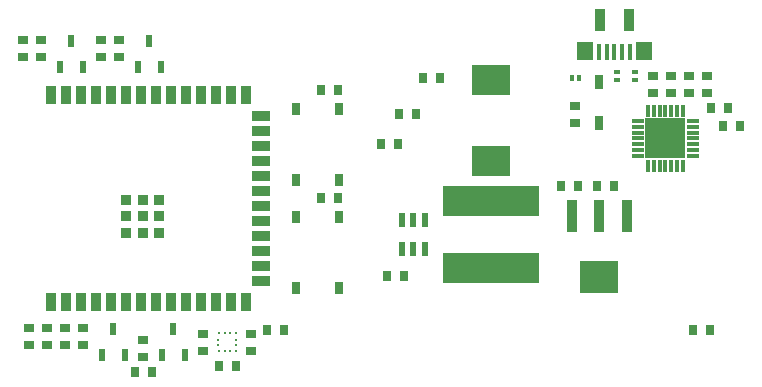
<source format=gtp>
G04*
G04 #@! TF.GenerationSoftware,Altium Limited,Altium Designer,21.4.1 (30)*
G04*
G04 Layer_Color=8421504*
%FSLAX44Y44*%
%MOMM*%
G71*
G04*
G04 #@! TF.SameCoordinates,C0E257CA-E608-45CC-978B-2DEEB779FBD1*
G04*
G04*
G04 #@! TF.FilePolarity,Positive*
G04*
G01*
G75*
%ADD16R,0.9000X0.9000*%
%ADD17R,0.9000X1.5000*%
%ADD18R,1.5000X0.9000*%
%ADD19R,3.3000X2.5000*%
%ADD20R,0.8000X0.9000*%
%ADD21R,0.7500X1.2000*%
%ADD22R,0.6000X0.3500*%
%ADD23R,1.0000X0.3000*%
%ADD24R,0.3000X1.0000*%
%ADD25R,3.3500X3.3500*%
%ADD26R,0.9500X2.7500*%
%ADD27R,3.2500X2.7500*%
%ADD28R,0.6000X1.2000*%
%ADD29R,0.2750X0.2500*%
%ADD30R,0.2500X0.2750*%
%ADD31R,0.4500X1.3800*%
%ADD32R,1.4250X1.5500*%
%ADD33R,0.8750X1.9000*%
%ADD34R,0.6000X1.0500*%
%ADD35R,0.9000X0.7000*%
%ADD36R,0.7000X1.0000*%
%ADD37R,8.2000X2.6000*%
%ADD38R,0.7000X0.9000*%
%ADD39R,0.9000X0.8000*%
%ADD40R,0.3500X0.6000*%
D16*
X350960Y741920D02*
D03*
Y755920D02*
D03*
X364960D02*
D03*
X378960D02*
D03*
Y741920D02*
D03*
Y727920D02*
D03*
X364960D02*
D03*
X350960D02*
D03*
X364960Y741920D02*
D03*
D17*
X287760Y844420D02*
D03*
X300460D02*
D03*
X313160D02*
D03*
X325860D02*
D03*
X338560D02*
D03*
X351260D02*
D03*
X363960D02*
D03*
X376660D02*
D03*
X389360D02*
D03*
X402060D02*
D03*
X414760D02*
D03*
X427460D02*
D03*
X440160D02*
D03*
X452860D02*
D03*
Y669420D02*
D03*
X440160D02*
D03*
X427460D02*
D03*
X414760D02*
D03*
X402060D02*
D03*
X389360D02*
D03*
X376660D02*
D03*
X363960D02*
D03*
X351260D02*
D03*
X338560D02*
D03*
X325860D02*
D03*
X313160D02*
D03*
X300460D02*
D03*
X287760D02*
D03*
D18*
X465360Y826770D02*
D03*
Y814070D02*
D03*
Y801370D02*
D03*
Y788670D02*
D03*
Y775970D02*
D03*
Y763270D02*
D03*
Y750570D02*
D03*
Y737870D02*
D03*
Y725170D02*
D03*
Y712470D02*
D03*
Y699770D02*
D03*
Y687070D02*
D03*
D19*
X660400Y857460D02*
D03*
Y788460D02*
D03*
D20*
X763920Y767080D02*
D03*
X749920D02*
D03*
X516240Y756920D02*
D03*
X530240D02*
D03*
X602600Y858520D02*
D03*
X616600D02*
D03*
X516240Y848360D02*
D03*
X530240D02*
D03*
X572120Y690880D02*
D03*
X586120D02*
D03*
X443880Y614680D02*
D03*
X429880D02*
D03*
X719440Y767080D02*
D03*
X733440D02*
D03*
X856600Y817880D02*
D03*
X870600D02*
D03*
X831200Y645160D02*
D03*
X845200D02*
D03*
D21*
X751840Y821200D02*
D03*
Y855200D02*
D03*
D22*
X767080Y863600D02*
D03*
Y857100D02*
D03*
X782320D02*
D03*
Y863600D02*
D03*
D23*
X831220Y792720D02*
D03*
Y797720D02*
D03*
Y802720D02*
D03*
Y807720D02*
D03*
Y812720D02*
D03*
Y817720D02*
D03*
Y822720D02*
D03*
X784220D02*
D03*
Y817720D02*
D03*
Y812720D02*
D03*
Y807720D02*
D03*
Y802720D02*
D03*
Y797720D02*
D03*
Y792720D02*
D03*
D24*
X822720Y831220D02*
D03*
X817720D02*
D03*
X812720D02*
D03*
X807720D02*
D03*
X802720D02*
D03*
X797720D02*
D03*
X792720D02*
D03*
Y784220D02*
D03*
X797720D02*
D03*
X802720D02*
D03*
X807720D02*
D03*
X812720D02*
D03*
X817720D02*
D03*
X822720D02*
D03*
D25*
X807720Y807720D02*
D03*
D26*
X774840Y742280D02*
D03*
X751840D02*
D03*
X728840D02*
D03*
D27*
X751840Y690280D02*
D03*
D28*
X603860Y738940D02*
D03*
X594360D02*
D03*
X584860D02*
D03*
Y713940D02*
D03*
X594360D02*
D03*
X603860D02*
D03*
D29*
X429260Y632500D02*
D03*
Y637500D02*
D03*
X444510D02*
D03*
Y632500D02*
D03*
D30*
X429380Y642630D02*
D03*
X434380D02*
D03*
X439380D02*
D03*
X444380D02*
D03*
Y627380D02*
D03*
X439380D02*
D03*
X434380D02*
D03*
X429380D02*
D03*
D31*
X751540Y881140D02*
D03*
X758040D02*
D03*
X764540D02*
D03*
X771040D02*
D03*
X777540D02*
D03*
D32*
X739670Y881990D02*
D03*
X789410D02*
D03*
D33*
X752660Y907740D02*
D03*
X776420D02*
D03*
D34*
X361340Y867840D02*
D03*
X380340D02*
D03*
X370840Y889840D02*
D03*
X340360Y646000D02*
D03*
X349860Y624000D02*
D03*
X330860D02*
D03*
X391160Y646000D02*
D03*
X400660Y624000D02*
D03*
X381660D02*
D03*
X304800Y889840D02*
D03*
X314300Y867840D02*
D03*
X295300D02*
D03*
D35*
X457200Y627500D02*
D03*
Y642500D02*
D03*
X269240Y632580D02*
D03*
Y647580D02*
D03*
X365760Y637420D02*
D03*
Y622420D02*
D03*
X828040Y845940D02*
D03*
Y860940D02*
D03*
X812800Y845940D02*
D03*
Y860940D02*
D03*
X797560Y845940D02*
D03*
Y860940D02*
D03*
X279400Y891420D02*
D03*
Y876420D02*
D03*
X264160Y891420D02*
D03*
Y876420D02*
D03*
X345440Y891420D02*
D03*
Y876420D02*
D03*
X330200Y891420D02*
D03*
Y876420D02*
D03*
X416560Y642500D02*
D03*
Y627500D02*
D03*
D36*
X494580Y772640D02*
D03*
Y832640D02*
D03*
X531580Y772640D02*
D03*
Y832640D02*
D03*
Y741200D02*
D03*
Y681200D02*
D03*
X494580Y741200D02*
D03*
Y681200D02*
D03*
D37*
X660400Y698440D02*
D03*
Y754440D02*
D03*
D38*
X358260Y609600D02*
D03*
X373260D02*
D03*
X845940Y833120D02*
D03*
X860940D02*
D03*
X470020Y645160D02*
D03*
X485020D02*
D03*
X566540Y802640D02*
D03*
X581540D02*
D03*
X581780Y828040D02*
D03*
X596780D02*
D03*
D39*
X843280Y846440D02*
D03*
Y860440D02*
D03*
X284480Y647080D02*
D03*
Y633080D02*
D03*
X299720Y647080D02*
D03*
Y633080D02*
D03*
X314960Y633080D02*
D03*
Y647080D02*
D03*
X731520Y821040D02*
D03*
Y835040D02*
D03*
D40*
X728270Y858520D02*
D03*
X734770D02*
D03*
M02*

</source>
